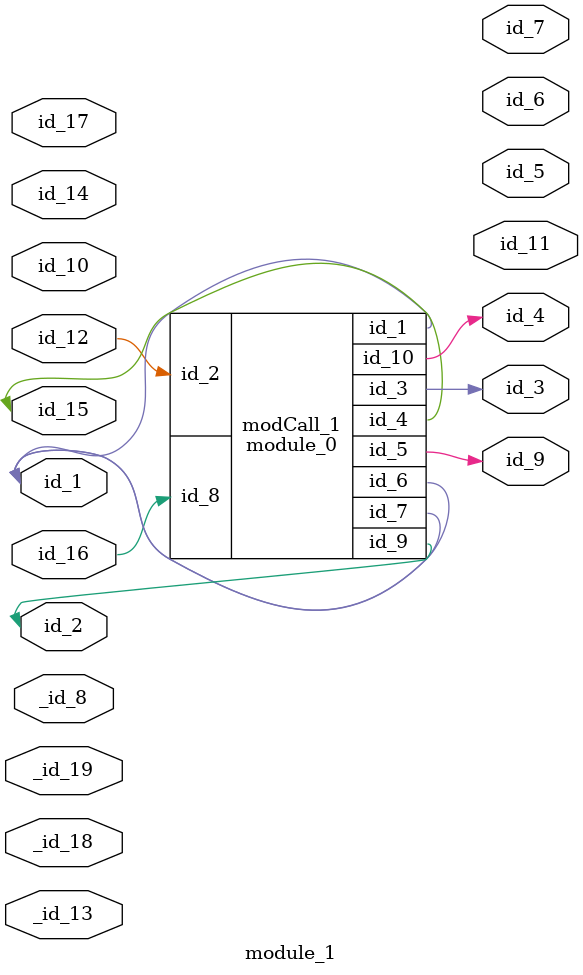
<source format=v>
module module_0 (
    id_1,
    id_2,
    id_3,
    id_4,
    id_5,
    id_6,
    id_7,
    id_8,
    id_9,
    id_10
);
  output wire id_10;
  inout wire id_9;
  input wire id_8;
  inout wire id_7;
  inout wire id_6;
  output wire id_5;
  inout wire id_4;
  output wire id_3;
  input wire id_2;
  inout wire id_1;
  parameter id_11 = -1'b0;
endmodule
module module_1 #(
    parameter id_13 = 32'd86,
    parameter id_18 = 32'd28,
    parameter id_19 = 32'd76,
    parameter id_8  = 32'd9
) (
    id_1,
    id_2,
    id_3,
    id_4,
    id_5,
    id_6,
    id_7,
    _id_8,
    id_9,
    id_10,
    id_11,
    id_12,
    _id_13,
    id_14,
    id_15,
    id_16,
    id_17,
    _id_18,
    _id_19
);
  input wire _id_19;
  input wire _id_18;
  input wire id_17;
  input wire id_16;
  inout wire id_15;
  input wire id_14;
  inout wire _id_13;
  input wire id_12;
  output wire id_11;
  input wire id_10;
  output wire id_9;
  inout wire _id_8;
  output wire id_7;
  output wire id_6;
  output wire id_5;
  module_0 modCall_1 (
      id_1,
      id_12,
      id_3,
      id_15,
      id_9,
      id_1,
      id_1,
      id_16,
      id_2,
      id_4
  );
  output wire id_4;
  output wire id_3;
  inout wire id_2;
  inout wire id_1;
  wire [id_13 : 1 'b0 /  id_18] id_20;
  wire [id_8 : id_19] id_21;
endmodule

</source>
